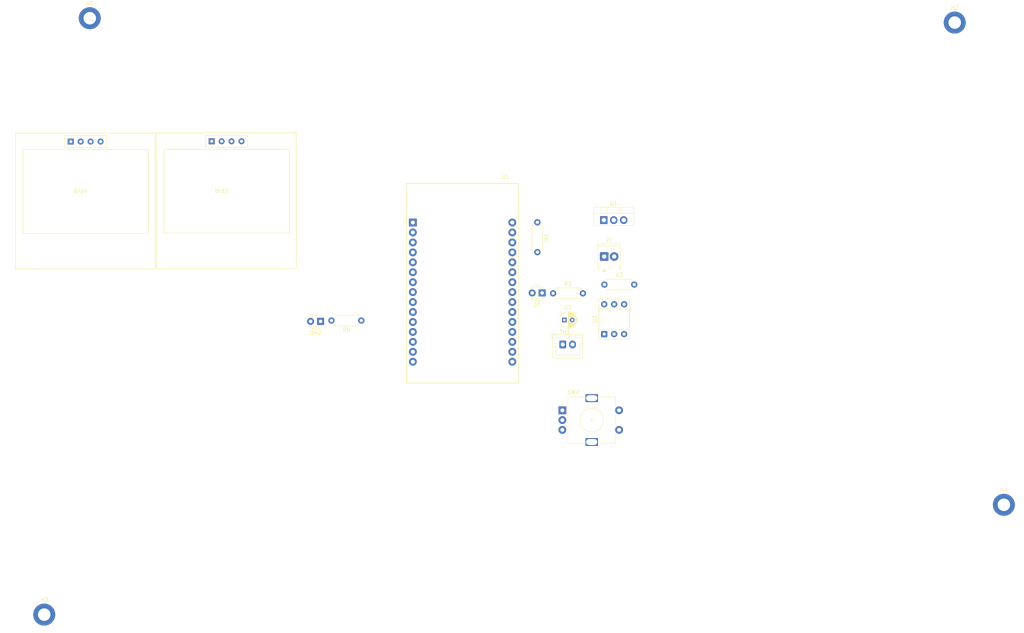
<source format=kicad_pcb>
(kicad_pcb (version 20241229) (generator "pcbnew") (generator_version "9.0")
  (layers (0 "F.Cu" signal) (2 "B.Cu" signal) (13 "F.Paste" user) (15 "B.Paste" user) (5 "F.SilkS" user "F.Silkscreen") (7 "B.SilkS" user "B.Silkscreen") (1 "F.Mask" user) (3 "B.Mask" user) (25 "Edge.Cuts" user))
  (net 0 "")
  (net 1 "SDA")
  (net 2 "Net-(U1-D26)")
  (net 3 "Net-(D1-A)")
  (net 4 "Net-(D1-K)")
  (net 5 "Net-(J1-Pin_1)")
  (net 6 "Net-(J1-Pin_2)")
  (net 7 "Net-(Q1-G)")
  (net 8 "SCl")
  (net 9 "Net-(R2-Pad2)")
  (net 10 "Net-(R3-Pad1)")
  (net 13 "GND")
  (net 16 "+5V")
  (net 21 "Net-(ON2-A)")
  (net 26 "Net-(ON2-K)")
  (net 31 "Net-(U1-D27)")
  (net 39 "Net-(U1-D19)")
  (footprint "SSD1306:ssd1306_1.3''" (layer "F.Cu") (at 63.4906 64.8598)
    (property "Reference" "Brd3" (at 7.62 10.152 0) (layer "F.SilkS"))
    (property "Value" "SSD1306 Display 1, Addesss 0x78, (GND,VCC,SCL,SDA)")
    (fp_line (start -9.017 -4.699) (end -9.017 29.972) (stroke (width 0.15)) (layer "F.SilkS"))
    (fp_line (start -9.017 -4.699) (end -8.4455 -4.699) (stroke (width 0.15)) (layer "F.SilkS"))
    (fp_line (start -9.017 29.972) (end 26.67 29.972) (stroke (width 0.15)) (layer "F.SilkS"))
    (fp_line (start -8.4455 -4.699) (end 26.67 -4.699) (stroke (width 0.15)) (layer "F.SilkS"))
    (fp_line (start -7.112 -0.508) (end 24.892 -0.508) (stroke (width 0.15)) (layer "F.SilkS"))
    (fp_line (start -7.112 18.288) (end -7.112 -0.508) (stroke (width 0.15)) (layer "F.SilkS"))
    (fp_line (start -7.112 18.288) (end -7.112 20.8915) (stroke (width 0.15)) (layer "F.SilkS"))
    (fp_line (start 3.556 -4.064) (end 3.556 -3.556) (stroke (width 0.15)) (layer "F.SilkS"))
    (fp_line (start 3.556 -3.556) (end 3.556 -1.016) (stroke (width 0.15)) (layer "F.SilkS"))
    (fp_line (start 3.556 -1.016) (end 14.224 -1.016) (stroke (width 0.15)) (layer "F.SilkS"))
    (fp_line (start 14.224 -4.064) (end 3.556 -4.064) (stroke (width 0.15)) (layer "F.SilkS"))
    (fp_line (start 14.224 -1.016) (end 14.224 -4.064) (stroke (width 0.15)) (layer "F.SilkS"))
    (fp_line (start 24.892 -0.508) (end 24.892 18.288) (stroke (width 0.15)) (layer "F.SilkS"))
    (fp_line (start 24.892 18.288) (end 24.892 20.8915) (stroke (width 0.15)) (layer "F.SilkS"))
    (fp_line (start 24.892 20.8915) (end -7.112 20.8915) (stroke (width 0.15)) (layer "F.SilkS"))
    (fp_line (start 26.67 -4.699) (end 26.67 29.972) (stroke (width 0.15)) (layer "F.SilkS"))
    (pad "1" thru_hole rect (at 5.08 -2.54) (size 1.524 1.524) (drill 0.762) (layers "*.Cu" "*.Mask") (net 13 "GND"))
    (pad "2" thru_hole circle (at 7.62 -2.54) (size 1.524 1.524) (drill 0.762) (layers "*.Cu" "*.Mask") (net 16 "+5V"))
    (pad "3" thru_hole circle (at 10.16 -2.54) (size 1.524 1.524) (drill 0.762) (layers "*.Cu" "*.Mask") (net 8 "SCl"))
    (pad "4" thru_hole circle (at 12.7 -2.54) (size 1.524 1.524) (drill 0.762) (layers "*.Cu" "*.Mask") (net 1 "SDA"))
  )
  (footprint "Package_DIP:DIP-6_W7.62mm_Socket" (layer "F.Cu") (at 168.8084 111.5568 90)
    (property "Reference" "U2" (at 3.81 -2.33 90) (layer "F.SilkS"))
    (property "Value" "MOC3063M")
    (fp_line (start 6.46 -1.33) (end 4.81 -1.33) (stroke (width 0.12)) (layer "F.SilkS"))
    (fp_line (start 2.81 -1.33) (end 1.159999 -1.33) (stroke (width 0.12)) (layer "F.SilkS"))
    (fp_line (start 1.159999 -1.33) (end 1.16 6.41) (stroke (width 0.12)) (layer "F.SilkS"))
    (fp_line (start 6.46 6.41) (end 6.46 -1.33) (stroke (width 0.12)) (layer "F.SilkS"))
    (fp_line (start 1.16 6.41) (end 6.46 6.41) (stroke (width 0.12)) (layer "F.SilkS"))
    (fp_arc (start 4.81 -1.33) (mid 3.81 -0.33) (end 2.81 -1.33) (stroke (width 0.12)) (layer "F.SilkS"))
    (fp_poly (pts (xy -1.33 -1.39) (xy 8.95 -1.39) (xy 8.95 6.47) (xy -1.33 6.47)) (stroke (width 0.12)) (fill no) (layer "F.SilkS"))
    (pad "1" thru_hole roundrect (at 0 0 90) (size 1.6 1.6) (drill 0.8) (layers "*.Cu" "*.Mask") (roundrect_rratio 0.15625) (net 9 "Net-(R2-Pad2)"))
    (pad "2" thru_hole circle (at 0 2.54 90) (size 1.6 1.6) (drill 0.8) (layers "*.Cu" "*.Mask") (net 13 "GND"))
    (pad "3" thru_hole circle (at 0 5.08 90) (size 1.6 1.6) (drill 0.8) (layers "*.Cu" "*.Mask"))
    (pad "4" thru_hole circle (at 7.62 5.08 90) (size 1.6 1.6) (drill 0.8) (layers "*.Cu" "*.Mask") (net 7 "Net-(Q1-G)"))
    (pad "5" thru_hole circle (at 7.62 2.540001 90) (size 1.6 1.6) (drill 0.8) (layers "*.Cu" "*.Mask"))
    (pad "6" thru_hole circle (at 7.62 0 90) (size 1.6 1.6) (drill 0.8) (layers "*.Cu" "*.Mask") (net 10 "Net-(R3-Pad1)"))
  )
  (footprint "Resistor_THT:R_Axial_DIN0207_L6.3mm_D2.5mm_P7.62mm_Horizontal" (layer "F.Cu") (at 151.7396 83.0072 -90)
    (property "Reference" "R1" (at 3.81 -2.37 90) (layer "F.SilkS"))
    (property "Value" "100k")
    (fp_line (start 0.54 1.37) (end 7.08 1.37) (stroke (width 0.12)) (layer "F.SilkS"))
    (fp_line (start 7.08 1.37) (end 7.08 1.04) (stroke (width 0.12)) (layer "F.SilkS"))
    (fp_line (start 0.54 1.039999) (end 0.54 1.37) (stroke (width 0.12)) (layer "F.SilkS"))
    (fp_line (start 0.54 -1.039999) (end 0.54 -1.37) (stroke (width 0.12)) (layer "F.SilkS"))
    (fp_line (start 0.54 -1.37) (end 7.08 -1.37) (stroke (width 0.12)) (layer "F.SilkS"))
    (fp_line (start 7.08 -1.37) (end 7.08 -1.04) (stroke (width 0.12)) (layer "F.SilkS"))
    (pad "1" thru_hole circle (at 0 0 270) (size 1.6 1.6) (drill 0.8) (layers "*.Cu" "*.Mask") (net 16 "+5V"))
    (pad "2" thru_hole oval (at 7.62 0 270) (size 1.6 1.6) (drill 0.8) (layers "*.Cu" "*.Mask") (net 2 "Net-(U1-D26)"))
  )
  (footprint "LED_THT:LED_D3.0mm" (layer "F.Cu") (at 96.3676 108.3056 180)
    (property "Reference" "ON2" (at 1.27 -2.96 0) (layer "F.SilkS"))
    (property "Value" "LED")
    (fp_line (start -0.289999 1.08) (end -0.289999 1.236) (stroke (width 0.12)) (layer "F.SilkS"))
    (fp_line (start -0.29 -1.235999) (end -0.29 -1.079999) (stroke (width 0.12)) (layer "F.SilkS"))
    (fp_arc (start 2.941397 1.080061) (mid 1.365624 1.987702) (end -0.29 1.235516) (stroke (width 0.12)) (layer "F.SilkS"))
    (fp_arc (start 2.31091 1.080049) (mid 1.269964 1.5) (end 0.229039 1.08) (stroke (width 0.12)) (layer "F.SilkS"))
    (fp_arc (start 0.229039 -1.08) (mid 1.269964 -1.5) (end 2.31091 -1.080049) (stroke (width 0.12)) (layer "F.SilkS"))
    (fp_arc (start -0.29 -1.235516) (mid 1.365625 -1.987701) (end 2.941397 -1.080061) (stroke (width 0.12)) (layer "F.SilkS"))
    (pad "1" thru_hole rect (at 0 0 180) (size 1.8 1.8) (drill 0.9) (layers "*.Cu" "*.Mask") (net 26 "Net-(ON2-K)"))
    (pad "2" thru_hole circle (at 2.54 0 180) (size 1.8 1.8) (drill 0.9) (layers "*.Cu" "*.Mask") (net 21 "Net-(ON2-A)"))
  )
  (footprint "Resistor_THT:R_Axial_DIN0207_L6.3mm_D2.5mm_P7.62mm_Horizontal" (layer "F.Cu") (at 106.78 108.0872 180)
    (property "Reference" "R6" (at 3.81 -2.37 0) (layer "F.SilkS"))
    (property "Value" "470")
    (fp_line (start 7.08 1.37) (end 7.08 1.04) (stroke (width 0.12)) (layer "F.SilkS"))
    (fp_line (start 7.08 -1.37) (end 7.08 -1.04) (stroke (width 0.12)) (layer "F.SilkS"))
    (fp_line (start 0.54 1.37) (end 7.08 1.37) (stroke (width 0.12)) (layer "F.SilkS"))
    (fp_line (start 0.54 1.039999) (end 0.54 1.37) (stroke (width 0.12)) (layer "F.SilkS"))
    (fp_line (start 0.54 -1.039999) (end 0.54 -1.37) (stroke (width 0.12)) (layer "F.SilkS"))
    (fp_line (start 0.54 -1.37) (end 7.08 -1.37) (stroke (width 0.12)) (layer "F.SilkS"))
    (pad "1" thru_hole circle (at 0 0 180) (size 1.6 1.6) (drill 0.8) (layers "*.Cu" "*.Mask") (net 13 "GND"))
    (pad "2" thru_hole oval (at 7.62 0 180) (size 1.6 1.6) (drill 0.8) (layers "*.Cu" "*.Mask") (net 26 "Net-(ON2-K)"))
  )
  (footprint "MountingHole:MountingHole_3.2mm_M3_DIN965_Pad" (layer "F.Cu") (at 270.8656 155.1432)
    (property "Reference" "H4" (at 0 -3.8 0) (layer "F.SilkS"))
    (property "Value" "MountingHole")
    (pad "1" thru_hole circle (at 0 0) (size 5.6 5.6) (drill 3.2) (layers "*.Cu" "*.Mask"))
  )
  (footprint "SSD1306:ssd1306_1.3''" (layer "F.Cu") (at 27.4955 64.9351)
    (property "Reference" "Brd4" (at 7.62 10.152 0) (layer "F.SilkS"))
    (property "Value" "SSD1306 Display 2, address 0x7A (GND,VCC,SCL,SDA)")
    (fp_line (start -9.017 -4.699) (end -9.017 29.972) (stroke (width 0.15)) (layer "F.SilkS"))
    (fp_line (start -9.017 -4.699) (end -8.4455 -4.699) (stroke (width 0.15)) (layer "F.SilkS"))
    (fp_line (start -9.017 29.972) (end 26.67 29.972) (stroke (width 0.15)) (layer "F.SilkS"))
    (fp_line (start -8.4455 -4.699) (end 26.67 -4.699) (stroke (width 0.15)) (layer "F.SilkS"))
    (fp_line (start -7.112 -0.508) (end 24.892 -0.508) (stroke (width 0.15)) (layer "F.SilkS"))
    (fp_line (start -7.112 18.288) (end -7.112 -0.508) (stroke (width 0.15)) (layer "F.SilkS"))
    (fp_line (start -7.112 18.288) (end -7.112 20.8915) (stroke (width 0.15)) (layer "F.SilkS"))
    (fp_line (start 3.556 -4.064) (end 3.556 -3.556) (stroke (width 0.15)) (layer "F.SilkS"))
    (fp_line (start 3.556 -3.556) (end 3.556 -1.016) (stroke (width 0.15)) (layer "F.SilkS"))
    (fp_line (start 3.556 -1.016) (end 14.224 -1.016) (stroke (width 0.15)) (layer "F.SilkS"))
    (fp_line (start 14.224 -4.064) (end 3.556 -4.064) (stroke (width 0.15)) (layer "F.SilkS"))
    (fp_line (start 14.224 -1.016) (end 14.224 -4.064) (stroke (width 0.15)) (layer "F.SilkS"))
    (fp_line (start 24.892 -0.508) (end 24.892 18.288) (stroke (width 0.15)) (layer "F.SilkS"))
    (fp_line (start 24.892 18.288) (end 24.892 20.8915) (stroke (width 0.15)) (layer "F.SilkS"))
    (fp_line (start 24.892 20.8915) (end -7.112 20.8915) (stroke (width 0.15)) (layer "F.SilkS"))
    (fp_line (start 26.67 -4.699) (end 26.67 29.972) (stroke (width 0.15)) (layer "F.SilkS"))
    (pad "1" thru_hole rect (at 5.08 -2.54) (size 1.524 1.524) (drill 0.762) (layers "*.Cu" "*.Mask") (net 13 "GND"))
    (pad "2" thru_hole circle (at 7.62 -2.54) (size 1.524 1.524) (drill 0.762) (layers "*.Cu" "*.Mask") (net 16 "+5V"))
    (pad "3" thru_hole circle (at 10.16 -2.54) (size 1.524 1.524) (drill 0.762) (layers "*.Cu" "*.Mask") (net 8 "SCl"))
    (pad "4" thru_hole circle (at 12.7 -2.54) (size 1.524 1.524) (drill 0.762) (layers "*.Cu" "*.Mask") (net 1 "SDA"))
  )
  (footprint "ESP32-DEVKIT-V1:MODULE_ESP32_DEVKIT_V1" (layer "F.Cu") (at 132.6388 98.573)
    (property "Reference" "U1" (at 10.922 -27.178 0) (layer "F.SilkS"))
    (property "Value" "ESP32-DEVKIT-V1")
    (fp_line (start -14.28 -25.475) (end -3.211 -25.475) (stroke (width 0.127)) (layer "F.SilkS"))
    (fp_line (start -14.28 -25.475) (end 14.23 -25.475) (stroke (width 0.127)) (layer "F.SilkS"))
    (fp_line (start -14.28 25.475) (end -14.28 -25.475) (stroke (width 0.127)) (layer "F.SilkS"))
    (fp_line (start -14.28 25.475) (end -14.28 -25.475) (stroke (width 0.127)) (layer "F.SilkS"))
    (fp_line (start -14.28 25.475) (end -8.91 25.475) (stroke (width 0.127)) (layer "F.SilkS"))
    (fp_line (start -8.91 25.475) (end 8.78 25.475) (stroke (width 0.127)) (layer "F.SilkS"))
    (fp_line (start -3.211 -25.475) (end 3.5 -25.475) (stroke (width 0.127)) (layer "F.SilkS"))
    (fp_line (start 3.5 -25.475) (end 14.23 -25.475) (stroke (width 0.127)) (layer "F.SilkS"))
    (fp_line (start 8.78 25.475) (end 14.23 25.475) (stroke (width 0.127)) (layer "F.SilkS"))
    (fp_line (start 14.23 -25.475) (end 14.23 25.475) (stroke (width 0.127)) (layer "F.SilkS"))
    (fp_line (start 14.23 -25.475) (end 14.23 25.475) (stroke (width 0.127)) (layer "F.SilkS"))
    (fp_line (start 14.23 25.475) (end -14.28 25.475) (stroke (width 0.127)) (layer "F.SilkS"))
    (fp_circle (center -14.85 -15.515) (end -14.75 -15.515) (stroke (width 0.2)) (fill no) (layer "F.SilkS"))
    (pad "1" thru_hole rect (at -12.7 -15.515) (size 2 2) (drill 1.02) (layers "*.Cu" "*.Mask"))
    (pad "2" thru_hole circle (at -12.7 -12.975) (size 2 2) (drill 1.02) (layers "*.Cu" "*.Mask") (net 13 "GND"))
    (pad "3" thru_hole circle (at -12.7 -10.435) (size 2 2) (drill 1.02) (layers "*.Cu" "*.Mask"))
    (pad "4" thru_hole circle (at -12.7 -7.895) (size 2 2) (drill 1.02) (layers "*.Cu" "*.Mask"))
    (pad "5" thru_hole circle (at -12.7 -5.355) (size 2 2) (drill 1.02) (layers "*.Cu" "*.Mask"))
    (pad "6" thru_hole circle (at -12.7 -2.815) (size 2 2) (drill 1.02) (layers "*.Cu" "*.Mask") (net 21 "Net-(ON2-A)"))
    (pad "7" thru_hole circle (at -12.7 -0.275) (size 2 2) (drill 1.02) (layers "*.Cu" "*.Mask"))
    (pad "8" thru_hole circle (at -12.7 2.265) (size 2 2) (drill 1.02) (layers "*.Cu" "*.Mask"))
    (pad "9" thru_hole circle (at -12.7 4.805) (size 2 2) (drill 1.02) (layers "*.Cu" "*.Mask"))
    (pad "10" thru_hole circle (at -12.7 7.345) (size 2 2) (drill 1.02) (layers "*.Cu" "*.Mask") (net 39 "Net-(U1-D19)"))
    (pad "11" thru_hole circle (at -12.7 9.885) (size 2 2) (drill 1.02) (layers "*.Cu" "*.Mask") (net 1 "SDA"))
    (pad "12" thru_hole circle (at -12.7 12.425) (size 2 2) (drill 1.02) (layers "*.Cu" "*.Mask"))
    (pad "13" thru_hole circle (at -12.7 14.965) (size 2 2) (drill 1.02) (layers "*.Cu" "*.Mask"))
    (pad "14" thru_hole circle (at -12.7 17.505) (size 2 2) (drill 1.02) (layers "*.Cu" "*.Mask") (net 8 "SCl"))
    (pad "15" thru_hole circle (at -12.7 20.045) (size 2 2) (drill 1.02) (layers "*.Cu" "*.Mask"))
    (pad "16" thru_hole circle (at 12.7 20.045) (size 2 2) (drill 1.02) (layers "*.Cu" "*.Mask"))
    (pad "17" thru_hole circle (at 12.7 17.505) (size 2 2) (drill 1.02) (layers "*.Cu" "*.Mask"))
    (pad "18" thru_hole circle (at 12.7 14.965) (size 2 2) (drill 1.02) (layers "*.Cu" "*.Mask"))
    (pad "19" thru_hole circle (at 12.7 12.425) (size 2 2) (drill 1.02) (layers "*.Cu" "*.Mask"))
    (pad "20" thru_hole circle (at 12.7 9.885) (size 2 2) (drill 1.02) (layers "*.Cu" "*.Mask"))
    (pad "21" thru_hole circle (at 12.7 7.345) (size 2 2) (drill 1.02) (layers "*.Cu" "*.Mask"))
    (pad "22" thru_hole circle (at 12.7 4.805) (size 2 2) (drill 1.02) (layers "*.Cu" "*.Mask"))
    (pad "23" thru_hole circle (at 12.7 2.265) (size 2 2) (drill 1.02) (layers "*.Cu" "*.Mask") (net 3 "Net-(D1-A)"))
    (pad "24" thru_hole circle (at 12.7 -0.275) (size 2 2) (drill 1.02) (layers "*.Cu" "*.Mask") (net 2 "Net-(U1-D26)"))
    (pad "25" thru_hole circle (at 12.7 -2.815) (size 2 2) (drill 1.02) (layers "*.Cu" "*.Mask") (net 31 "Net-(U1-D27)"))
    (pad "26" thru_hole circle (at 12.7 -5.355) (size 2 2) (drill 1.02) (layers "*.Cu" "*.Mask"))
    (pad "27" thru_hole circle (at 12.7 -7.895) (size 2 2) (drill 1.02) (layers "*.Cu" "*.Mask"))
    (pad "28" thru_hole circle (at 12.7 -10.435) (size 2 2) (drill 1.02) (layers "*.Cu" "*.Mask"))
    (pad "29" thru_hole circle (at 12.7 -12.975) (size 2 2) (drill 1.02) (layers "*.Cu" "*.Mask") (net 13 "GND"))
    (pad "30" thru_hole circle (at 12.7 -15.515) (size 2 2) (drill 1.02) (layers "*.Cu" "*.Mask") (net 16 "+5V"))
  )
  (footprint "TerminalBlock_Phoenix:TerminalBlock_Phoenix_MPT-0,5-2-2.54_1x02_P2.54mm_Horizontal" (layer "F.Cu") (at 168.8084 91.7448)
    (property "Reference" "J1" (at 1.27 -4.22 0) (layer "F.SilkS"))
    (property "Value" "Conn_01x02_Pin")
    (fp_line (start -1.62 -3.22) (end -1.62 3.22) (stroke (width 0.12)) (layer "F.SilkS"))
    (fp_line (start -1.62 -3.22) (end 4.16 -3.22) (stroke (width 0.12)) (layer "F.SilkS"))
    (fp_line (start -1.62 -2.7) (end 4.16 -2.7) (stroke (width 0.12)) (layer "F.SilkS"))
    (fp_line (start -1.62 2.6) (end -1.03 2.6) (stroke (width 0.12)) (layer "F.SilkS"))
    (fp_line (start -1.62 3.22) (end -1.03 3.22) (stroke (width 0.12)) (layer "F.SilkS"))
    (fp_line (start 1.03 2.6) (end 1.51 2.6) (stroke (width 0.12)) (layer "F.SilkS"))
    (fp_line (start 1.03 3.22) (end 1.51 3.22) (stroke (width 0.12)) (layer "F.SilkS"))
    (fp_line (start 3.57 2.6) (end 4.16 2.6) (stroke (width 0.12)) (layer "F.SilkS"))
    (fp_line (start 3.57 3.22) (end 4.16 3.22) (stroke (width 0.12)) (layer "F.SilkS"))
    (fp_line (start 4.16 -3.22) (end 4.16 3.22) (stroke (width 0.12)) (layer "F.SilkS"))
    (fp_poly (pts (xy 0 3.22) (xy 0.44 3.83) (xy -0.44 3.83) (xy 0 3.22)) (stroke (width 0.12)) (fill yes) (layer "F.SilkS"))
    (pad "" np_thru_hole circle (at 0 2.54) (size 1.1 1.1) (drill 1.1) (layers "*.Cu" "*.Mask"))
    (pad "" np_thru_hole circle (at 2.54 2.54) (size 1.1 1.1) (drill 1.1) (layers "*.Cu" "*.Mask"))
    (pad "1" thru_hole roundrect (at 0 0) (size 2.2 2.2) (drill 1.1) (layers "*.Cu" "*.Mask") (roundrect_rratio 0.113636) (net 5 "Net-(J1-Pin_1)"))
    (pad "2" thru_hole circle (at 2.54 0) (size 2.2 2.2) (drill 1.1) (layers "*.Cu" "*.Mask") (net 6 "Net-(J1-Pin_2)"))
  )
  (footprint "MountingHole:MountingHole_3.2mm_M3_DIN965_Pad" (layer "F.Cu") (at 25.8064 183.1848)
    (property "Reference" "H3" (at 0 -3.8 0) (layer "F.SilkS"))
    (property "Value" "MountingHole")
    (pad "1" thru_hole circle (at 0 0) (size 5.6 5.6) (drill 3.2) (layers "*.Cu" "*.Mask"))
  )
  (footprint "Capacitor_THT:CP_Radial_D4.0mm_P2.00mm" (layer "F.Cu") (at 158.6296 107.95)
    (property "Reference" "C1" (at 1 -3.25 0) (layer "F.SilkS"))
    (property "Value" "10uF")
    (fp_line (start -1.269801 -1.195) (end -0.869801 -1.195) (stroke (width 0.12)) (layer "F.SilkS"))
    (fp_line (start -1.069801 -1.395) (end -1.069801 -0.995) (stroke (width 0.12)) (layer "F.SilkS"))
    (fp_line (start 1 -2.08) (end 1 2.08) (stroke (width 0.12)) (layer "F.SilkS"))
    (fp_line (start 1.04 -2.08) (end 1.04 2.08) (stroke (width 0.12)) (layer "F.SilkS"))
    (fp_line (start 1.08 -2.079) (end 1.08 2.079) (stroke (width 0.12)) (layer "F.SilkS"))
    (fp_line (start 1.12 -2.077) (end 1.12 2.077) (stroke (width 0.12)) (layer "F.SilkS"))
    (fp_line (start 1.16 -2.074) (end 1.16 2.074) (stroke (width 0.12)) (layer "F.SilkS"))
    (fp_line (start 1.2 -2.071) (end 1.2 -0.84) (stroke (width 0.12)) (layer "F.SilkS"))
    (fp_line (start 1.2 0.84) (end 1.2 2.071) (stroke (width 0.12)) (layer "F.SilkS"))
    (fp_line (start 1.24 -2.067) (end 1.24 -0.84) (stroke (width 0.12)) (layer "F.SilkS"))
    (fp_line (start 1.24 0.84) (end 1.24 2.067) (stroke (width 0.12)) (layer "F.SilkS"))
    (fp_line (start 1.28 -2.062) (end 1.28 -0.84) (stroke (width 0.12)) (layer "F.SilkS"))
    (fp_line (start 1.28 0.84) (end 1.28 2.062) (stroke (width 0.12)) (layer "F.SilkS"))
    (fp_line (start 1.32 -2.056) (end 1.32 -0.84) (stroke (width 0.12)) (layer "F.SilkS"))
    (fp_line (start 1.32 0.84) (end 1.32 2.056) (stroke (width 0.12)) (layer "F.SilkS"))
    (fp_line (start 1.36 -2.05) (end 1.36 -0.84) (stroke (width 0.12)) (layer "F.SilkS"))
    (fp_line (start 1.36 0.84) (end 1.36 2.05) (stroke (width 0.12)) (layer "F.SilkS"))
    (fp_line (start 1.4 -2.042) (end 1.4 -0.84) (stroke (width 0.12)) (layer "F.SilkS"))
    (fp_line (start 1.4 0.84) (end 1.4 2.042) (stroke (width 0.12)) (layer "F.SilkS"))
    (fp_line (start 1.44 -2.034) (end 1.44 -0.84) (stroke (width 0.12)) (layer "F.SilkS"))
    (fp_line (start 1.44 0.84) (end 1.44 2.034) (stroke (width 0.12)) (layer "F.SilkS"))
    (fp_line (start 1.48 -2.025) (end 1.48 -0.84) (stroke (width 0.12)) (layer "F.SilkS"))
    (fp_line (start 1.48 0.84) (end 1.48 2.025) (stroke (width 0.12)) (layer "F.SilkS"))
    (fp_line (start 1.52 -2.016) (end 1.52 -0.84) (stroke (width 0.12)) (layer "F.SilkS"))
    (fp_line (start 1.52 0.84) (end 1.52 2.016) (stroke (width 0.12)) (layer "F.SilkS"))
    (fp_line (start 1.56 -2.005) (end 1.56 -0.84) (stroke (width 0.12)) (layer "F.SilkS"))
    (fp_line (start 1.56 0.84) (end 1.56 2.005) (stroke (width 0.12)) (layer "F.SilkS"))
    (fp_line (start 1.6 -1.994) (end 1.6 -0.84) (stroke (width 0.12)) (layer "F.SilkS"))
    (fp_line (start 1.6 0.84) (end 1.6 1.994) (stroke (width 0.12)) (layer "F.SilkS"))
    (fp_line (start 1.64 -1.982) (end 1.64 -0.84) (stroke (width 0.12)) (layer "F.SilkS"))
    (fp_line (start 1.64 0.84) (end 1.64 1.982) (stroke (width 0.12)) (layer "F.SilkS"))
    (fp_line (start 1.68 -1.968) (end 1.68 -0.84) (stroke (width 0.12)) (layer "F.SilkS"))
    (fp_line (start 1.68 0.84) (end 1.68 1.968) (stroke (width 0.12)) (layer "F.SilkS"))
    (fp_line (start 1.721 -1.954) (end 1.721 -0.84) (stroke (width 0.12)) (layer "F.SilkS"))
    (fp_line (start 1.721 0.84) (end 1.721 1.954) (stroke (width 0.12)) (layer "F.SilkS"))
    (fp_line (start 1.761 -1.94) (end 1.761 -0.84) (stroke (width 0.12)) (layer "F.SilkS"))
    (fp_line (start 1.761 0.84) (end 1.761 1.94) (stroke (width 0.12)) (layer "F.SilkS"))
    (fp_line (start 1.801 -1.924) (end 1.801 -0.84) (stroke (width 0.12)) (layer "F.SilkS"))
    (fp_line (start 1.801 0.84) (end 1.801 1.924) (stroke (width 0.12)) (layer "F.SilkS"))
    (fp_line (start 1.841 -1.907) (end 1.841 -0.84) (stroke (width 0.12)) (layer "F.SilkS"))
    (fp_line (start 1.841 0.84) (end 1.841 1.907) (stroke (width 0.12)) (layer "F.SilkS"))
    (fp_line (start 1.881 -1.889) (end 1.881 -0.84) (stroke (width 0.12)) (layer "F.SilkS"))
    (fp_line (start 1.881 0.84) (end 1.881 1.889) (stroke (width 0.12)) (layer "F.SilkS"))
    (fp_line (start 1.921 -1.87) (end 1.921 -0.84) (stroke (width 0.12)) (layer "F.SilkS"))
    (fp_line (start 1.921 0.84) (end 1.921 1.87) (stroke (width 0.12)) (layer "F.SilkS"))
    (fp_line (start 1.961 -1.851) (end 1.961 -0.84) (stroke (width 0.12)) (layer "F.SilkS"))
    (fp_line (start 1.961 0.84) (end 1.961 1.851) (stroke (width 0.12)) (layer "F.SilkS"))
    (fp_line (start 2.001 -1.83) (end 2.001 -0.84) (stroke (width 0.12)) (layer "F.SilkS"))
    (fp_line (start 2.001 0.84) (end 2.001 1.83) (stroke (width 0.12)) (layer "F.SilkS"))
    (fp_line (start 2.041 -1.808) (end 2.041 -0.84) (stroke (width 0.12)) (layer "F.SilkS"))
    (fp_line (start 2.041 0.84) (end 2.041 1.808) (stroke (width 0.12)) (layer "F.SilkS"))
    (fp_line (start 2.081 -1.785) (end 2.081 -0.84) (stroke (width 0.12)) (layer "F.SilkS"))
    (fp_line (start 2.081 0.84) (end 2.081 1.785) (stroke (width 0.12)) (layer "F.SilkS"))
    (fp_line (start 2.121 -1.76) (end 2.121 -0.84) (stroke (width 0.12)) (layer "F.SilkS"))
    (fp_line (start 2.121 0.84) (end 2.121 1.76) (stroke (width 0.12)) (layer "F.SilkS"))
    (fp_line (start 2.161 -1.735) (end 2.161 -0.84) (stroke (width 0.12)) (layer "F.SilkS"))
    (fp_line (start 2.161 0.84) (end 2.161 1.735) (stroke (width 0.12)) (layer "F.SilkS"))
    (fp_line (start 2.201 -1.708) (end 2.201 -0.84) (stroke (width 0.12)) (layer "F.SilkS"))
    (fp_line (start 2.201 0.84) (end 2.201 1.708) (stroke (width 0.12)) (layer "F.SilkS"))
    (fp_line (start 2.241 -1.68) (end 2.241 -0.84) (stroke (width 0.12)) (layer "F.SilkS"))
    (fp_line (start 2.241 0.84) (end 2.241 1.68) (stroke (width 0.12)) (layer "F.SilkS"))
    (fp_line (start 2.281 -1.65) (end 2.281 -0.84) (stroke (width 0.12)) (layer "F.SilkS"))
    (fp_line (start 2.281 0.84) (end 2.281 1.65) (stroke (width 0.12)) (layer "F.SilkS"))
    (fp_line (start 2.321 -1.619) (end 2.321 -0.84) (stroke (width 0.12)) (layer "F.SilkS"))
    (fp_line (start 2.321 0.84) (end 2.321 1.619) (stroke (width 0.12)) (layer "F.SilkS"))
    (fp_line (start 2.361 -1.587) (end 2.361 -0.84) (stroke (width 0.12)) (layer "F.SilkS"))
    (fp_line (start 2.361 0.84) (end 2.361 1.587) (stroke (width 0.12)) (layer "F.SilkS"))
    (fp_line (start 2.401 -1.552) (end 2.401 -0.84) (stroke (width 0.12)) (layer "F.SilkS"))
    (fp_line (start 2.401 0.84) (end 2.401 1.552) (stroke (width 0.12)) (layer "F.SilkS"))
    (fp_line (start 2.441 -1.516) (end 2.441 -0.84) (stroke (width 0.12)) (layer "F.SilkS"))
    (fp_line (start 2.441 0.84) (end 2.441 1.516) (stroke (width 0.12)) (layer "F.SilkS"))
    (fp_line (start 2.481 -1.478) (end 2.481 -0.84) (stroke (width 0.12)) (layer "F.SilkS"))
    (fp_line (start 2.481 0.84) (end 2.481 1.478) (stroke (width 0.12)) (layer "F.SilkS"))
    (fp_line (start 2.521 -1.438) (end 2.521 -0.84) (stroke (width 0.12)) (layer "F.SilkS"))
    (fp_line (start 2.521 0.84) (end 2.521 1.438) (stroke (width 0.12)) (layer "F.SilkS"))
    (fp_line (start 2.561 -1.396) (end 2.561 -0.84) (stroke (width 0.12)) (layer "F.SilkS"))
    (fp_line (start 2.561 0.84) (end 2.561 1.396) (stroke (width 0.12)) (layer "F.SilkS"))
    (fp_line (start 2.601 -1.351) (end 2.601 -0.84) (stroke (width 0.12)) (layer "F.SilkS"))
    (fp_line (start 2.601 0.84) (end 2.601 1.351) (stroke (width 0.12)) (layer "F.SilkS"))
    (fp_line (start 2.641 -1.304) (end 2.641 -0.84) (stroke (width 0.12)) (layer "F.SilkS"))
    (fp_line (start 2.641 0.84) (end 2.641 1.304) (stroke (width 0.12)) (layer "F.SilkS"))
    (fp_line (start 2.681 -1.254) (end 2.681 -0.84) (stroke (width 0.12)) (layer "F.SilkS"))
    (fp_line (start 2.681 0.84) (end 2.681 1.254) (stroke (width 0.12)) (layer "F.SilkS"))
    (fp_line (start 2.721 -1.2) (end 2.721 -0.84) (stroke (width 0.12)) (layer "F.SilkS"))
    (fp_line (start 2.721 0.84) (end 2.721 1.2) (stroke (width 0.12)) (layer "F.SilkS"))
    (fp_line (start 2.761 -1.142) (end 2.761 -0.84) (stroke (width 0.12)) (layer "F.SilkS"))
    (fp_line (start 2.761 0.84) (end 2.761 1.142) (stroke (width 0.12)) (layer "F.SilkS"))
    (fp_line (start 2.801 -1.08) (end 2.801 -0.84) (stroke (width 0.12)) (layer "F.SilkS"))
    (fp_line (start 2.801 0.84) (end 2.801 1.08) (stroke (width 0.12)) (layer "F.SilkS"))
    (fp_line (start 2.841 -1.013) (end 2.841 1.013) (stroke (width 0.12)) (layer "F.SilkS"))
    (fp_line (start 2.881 -0.94) (end 2.881 0.94) (stroke (width 0.12)) (layer "F.SilkS"))
    (fp_line (start 2.921 -0.859) (end 2.921 0.859) (stroke (width 0.12)) (layer "F.SilkS"))
    (fp_line (start 2.961 -0.768) (end 2.961 0.768) (stroke (width 0.12)) (layer "F.SilkS"))
    (fp_line (start 3.001 -0.664) (end 3.001 0.664) (stroke (width 0.12)) (layer "F.SilkS"))
    (fp_line (start 3.041 -0.537) (end 3.041 0.537) (stroke (width 0.12)) (layer "F.SilkS"))
    (fp_line (start 3.081 -0.37) (end 3.081 0.37) (stroke (width 0.12)) (layer "F.SilkS"))
    (fp_circle (center 1 0) (end 3.12 0) (stroke (width 0.12)) (fill no) (layer "F.SilkS"))
    (pad "1" thru_hole rect (at 0 0) (size 1.2 1.2) (drill 0.6) (layers "*.Cu" "*.Mask") (net 2 "Net-(U1-D26)"))
    (pad "2" thru_hole circle (at 2 0) (size 1.2 1.2) (drill 0.6) (layers "*.Cu" "*.Mask") (net 13 "GND"))
  )
  (footprint "Connector_JST:JST_XH_B2B-XH-A_1x02_P2.50mm_Vertical" (layer "F.Cu") (at 158.219799 114.1984)
    (property "Reference" "TH1" (at 0.562199 -3.1932 0) (layer "F.SilkS"))
    (property "Value" "100k")
    (fp_line (start -2.85 -2.75) (end -2.85 -1.5) (stroke (width 0.12)) (layer "F.SilkS"))
    (fp_line (start -2.56 -2.46) (end -2.56 3.51) (stroke (width 0.12)) (layer "F.SilkS"))
    (fp_line (start -2.56 3.51) (end 5.06 3.51) (stroke (width 0.12)) (layer "F.SilkS"))
    (fp_line (start -2.55 -2.45) (end -2.55 -1.7) (stroke (width 0.12)) (layer "F.SilkS"))
    (fp_line (start -2.55 -1.7) (end -0.75 -1.7) (stroke (width 0.12)) (layer "F.SilkS"))
    (fp_line (start -2.55 -0.2) (end -1.8 -0.2) (stroke (width 0.12)) (layer "F.SilkS"))
    (fp_line (start -1.8 -0.2) (end -1.8 2.75) (stroke (width 0.12)) (layer "F.SilkS"))
    (fp_line (start -1.8 2.75) (end 1.25 2.75) (stroke (width 0.12)) (layer "F.SilkS"))
    (fp_line (start -1.6 -2.75) (end -2.85 -2.75) (stroke (width 0.12)) (layer "F.SilkS"))
    (fp_line (start -0.75 -2.45) (end -2.55 -2.45) (stroke (width 0.12)) (layer "F.SilkS"))
    (fp_line (start -0.75 -1.7) (end -0.75 -2.45) (stroke (width 0.12)) (layer "F.SilkS"))
    (fp_line (start 0.75 -2.45) (end 0.75 -1.7) (stroke (width 0.12)) (layer "F.SilkS"))
    (fp_line (start 0.75 -1.7) (end 1.75 -1.7) (stroke (width 0.12)) (layer "F.SilkS"))
    (fp_line (start 1.75 -2.45) (end 0.75 -2.45) (stroke (width 0.12)) (layer "F.SilkS"))
    (fp_line (start 1.75 -1.7) (end 1.75 -2.45) (stroke (width 0.12)) (layer "F.SilkS"))
    (fp_line (start 3.25 -2.45) (end 3.25 -1.7) (stroke (width 0.12)) (layer "F.SilkS"))
    (fp_line (start 3.25 -1.7) (end 5.05 -1.7) (stroke (width 0.12)) (layer "F.SilkS"))
    (fp_line (start 4.3 -0.2) (end 4.3 2.75) (stroke (width 0.12)) (layer "F.SilkS"))
    (fp_line (start 4.3 2.75) (end 1.25 2.75) (stroke (width 0.12)) (layer "F.SilkS"))
    (fp_line (start 5.05 -2.45) (end 3.25 -2.45) (stroke (width 0.12)) (layer "F.SilkS"))
    (fp_line (start 5.05 -1.7) (end 5.05 -2.45) (stroke (width 0.12)) (layer "F.SilkS"))
    (fp_line (start 5.05 -0.2) (end 4.3 -0.2) (stroke (width 0.12)) (layer "F.SilkS"))
    (fp_line (start 5.06 -2.46) (end -2.56 -2.46) (stroke (width 0.12)) (layer "F.SilkS"))
    (fp_line (start 5.06 3.51) (end 5.06 -2.46) (stroke (width 0.12)) (layer "F.SilkS"))
    (pad "1" thru_hole roundrect (at 0 0) (size 1.7 2) (drill 1) (layers "*.Cu" "*.Mask") (roundrect_rratio 0.147059) (net 2 "Net-(U1-D26)"))
    (pad "2" thru_hole oval (at 2.5 0) (size 1.7 2) (drill 1) (layers "*.Cu" "*.Mask") (net 13 "GND"))
  )
  (footprint "LED_THT:LED_D3.0mm" (layer "F.Cu") (at 152.9588 101.0412 180)
    (property "Reference" "D1" (at 1.27 -2.96 0) (layer "F.SilkS"))
    (property "Value" "LED")
    (fp_line (start -0.289999 1.08) (end -0.289999 1.236) (stroke (width 0.12)) (layer "F.SilkS"))
    (fp_line (start -0.29 -1.235999) (end -0.29 -1.079999) (stroke (width 0.12)) (layer "F.SilkS"))
    (fp_arc (start 2.941397 1.080061) (mid 1.365624 1.987702) (end -0.29 1.235516) (stroke (width 0.12)) (layer "F.SilkS"))
    (fp_arc (start 2.31091 1.080049) (mid 1.269964 1.5) (end 0.229039 1.08) (stroke (width 0.12)) (layer "F.SilkS"))
    (fp_arc (start 0.229039 -1.08) (mid 1.269964 -1.5) (end 2.31091 -1.080049) (stroke (width 0.12)) (layer "F.SilkS"))
    (fp_arc (start -0.29 -1.235516) (mid 1.365625 -1.987701) (end 2.941397 -1.080061) (stroke (width 0.12)) (layer "F.SilkS"))
    (pad "1" thru_hole rect (at 0 0 180) (size 1.8 1.8) (drill 0.9) (layers "*.Cu" "*.Mask") (net 4 "Net-(D1-K)"))
    (pad "2" thru_hole circle (at 2.54 0 180) (size 1.8 1.8) (drill 0.9) (layers "*.Cu" "*.Mask") (net 3 "Net-(D1-A)"))
  )
  (footprint "Package_TO_SOT_THT:TO-220-3_Vertical" (layer "F.Cu") (at 168.7068 82.4484)
    (property "Reference" "Q1" (at 2.54 -4.27 0) (layer "F.SilkS"))
    (property "Value" "BT139-600")
    (fp_line (start -2.58 -3.27) (end -2.58 1.371) (stroke (width 0.12)) (layer "F.SilkS"))
    (fp_line (start -2.58 -3.27) (end 7.66 -3.27) (stroke (width 0.12)) (layer "F.SilkS"))
    (fp_line (start -2.58 -1.76) (end 7.66 -1.76) (stroke (width 0.12)) (layer "F.SilkS"))
    (fp_line (start -2.58 1.371) (end 7.66 1.371) (stroke (width 0.12)) (layer "F.SilkS"))
    (fp_line (start 0.69 -3.27) (end 0.69 -1.76) (stroke (width 0.12)) (layer "F.SilkS"))
    (fp_line (start 4.391 -3.27) (end 4.391 -1.76) (stroke (width 0.12)) (layer "F.SilkS"))
    (fp_line (start 7.66 -3.27) (end 7.66 1.371) (stroke (width 0.12)) (layer "F.SilkS"))
    (pad "1" thru_hole rect (at 0 0) (size 1.905 2) (drill 1.1) (layers "*.Cu" "*.Mask") (net 5 "Net-(J1-Pin_1)"))
    (pad "2" thru_hole oval (at 2.54 0) (size 1.905 2) (drill 1.1) (layers "*.Cu" "*.Mask") (net 6 "Net-(J1-Pin_2)"))
    (pad "3" thru_hole oval (at 5.08 0) (size 1.905 2) (drill 1.1) (layers "*.Cu" "*.Mask") (net 7 "Net-(Q1-G)"))
  )
  (footprint "Resistor_THT:R_Axial_DIN0207_L6.3mm_D2.5mm_P7.62mm_Horizontal" (layer "F.Cu") (at 168.8592 98.9076)
    (property "Reference" "R3" (at 3.81 -2.37 0) (layer "F.SilkS"))
    (property "Value" "470")
    (fp_line (start 0.54 -1.37) (end 7.08 -1.37) (stroke (width 0.12)) (layer "F.SilkS"))
    (fp_line (start 0.54 -1.039999) (end 0.54 -1.37) (stroke (width 0.12)) (layer "F.SilkS"))
    (fp_line (start 0.54 1.039999) (end 0.54 1.37) (stroke (width 0.12)) (layer "F.SilkS"))
    (fp_line (start 0.54 1.37) (end 7.08 1.37) (stroke (width 0.12)) (layer "F.SilkS"))
    (fp_line (start 7.08 -1.37) (end 7.08 -1.04) (stroke (width 0.12)) (layer "F.SilkS"))
    (fp_line (start 7.08 1.37) (end 7.08 1.04) (stroke (width 0.12)) (layer "F.SilkS"))
    (pad "1" thru_hole circle (at 0 0) (size 1.6 1.6) (drill 0.8) (layers "*.Cu" "*.Mask") (net 10 "Net-(R3-Pad1)"))
    (pad "2" thru_hole oval (at 7.62 0) (size 1.6 1.6) (drill 0.8) (layers "*.Cu" "*.Mask") (net 6 "Net-(J1-Pin_2)"))
  )
  (footprint "MountingHole:MountingHole_3.2mm_M3_DIN965_Pad" (layer "F.Cu") (at 37.4396 30.8864)
    (property "Reference" "H1" (at 0 -3.8 0) (layer "F.SilkS"))
    (property "Value" "MountingHole")
    (pad "1" thru_hole circle (at 0 0) (size 5.6 5.6) (drill 3.2) (layers "*.Cu" "*.Mask"))
  )
  (footprint "Resistor_THT:R_Axial_DIN0207_L6.3mm_D2.5mm_P7.62mm_Horizontal" (layer "F.Cu") (at 155.7528 101.1428)
    (property "Reference" "R2" (at 3.81 -2.37 0) (layer "F.SilkS"))
    (property "Value" "120")
    (fp_line (start 0.54 -1.37) (end 7.08 -1.37) (stroke (width 0.12)) (layer "F.SilkS"))
    (fp_line (start 0.54 -1.04) (end 0.54 -1.37) (stroke (width 0.12)) (layer "F.SilkS"))
    (fp_line (start 0.54 1.04) (end 0.54 1.37) (stroke (width 0.12)) (layer "F.SilkS"))
    (fp_line (start 0.54 1.37) (end 7.08 1.37) (stroke (width 0.12)) (layer "F.SilkS"))
    (fp_line (start 7.08 -1.37) (end 7.08 -1.04) (stroke (width 0.12)) (layer "F.SilkS"))
    (fp_line (start 7.08 1.37) (end 7.08 1.04) (stroke (width 0.12)) (layer "F.SilkS"))
    (pad "1" thru_hole circle (at 0 0) (size 1.6 1.6) (drill 0.8) (layers "*.Cu" "*.Mask") (net 4 "Net-(D1-K)"))
    (pad "2" thru_hole oval (at 7.62 0) (size 1.6 1.6) (drill 0.8) (layers "*.Cu" "*.Mask") (net 9 "Net-(R2-Pad2)"))
  )
  (footprint "MountingHole:MountingHole_3.2mm_M3_DIN965_Pad" (layer "F.Cu") (at 258.318 32.004)
    (property "Reference" "H2" (at 0 -3.8 0) (layer "F.SilkS"))
    (property "Value" "MountingHole")
    (pad "1" thru_hole circle (at 0 0) (size 5.6 5.6) (drill 3.2) (layers "*.Cu" "*.Mask"))
  )
  (footprint "Rotary_Encoder:RotaryEncoder_Alps_EC11E-Switch_Vertical_H20mm" (layer "F.Cu") (at 158.1184 131.0132)
    (property "Reference" "SW2" (at 2.8 -4.7 0) (layer "F.SilkS"))
    (property "Value" "Rotary_Encoder_Switch")
    (fp_line (start -0.3 -1.6) (end 0.3 -1.6) (stroke (width 0.12)) (layer "F.SilkS"))
    (fp_line (start 0 -1.3) (end -0.3 -1.6) (stroke (width 0.12)) (layer "F.SilkS"))
    (fp_line (start 0.3 -1.6) (end 0 -1.3) (stroke (width 0.12)) (layer "F.SilkS"))
    (fp_line (start 1.4 -3.4) (end 1.4 8.4) (stroke (width 0.12)) (layer "F.SilkS"))
    (fp_line (start 5.5 -3.4) (end 1.4 -3.4) (stroke (width 0.12)) (layer "F.SilkS"))
    (fp_line (start 5.5 8.4) (end 1.4 8.4) (stroke (width 0.12)) (layer "F.SilkS"))
    (fp_line (start 7 2.5) (end 8 2.5) (stroke (width 0.12)) (layer "F.SilkS"))
    (fp_line (start 7.5 2) (end 7.5 3) (stroke (width 0.12)) (layer "F.SilkS"))
    (fp_line (start 9.5 -3.4) (end 13.6 -3.4) (stroke (width 0.12)) (layer "F.SilkS"))
    (fp_line (start 13.6 -3.4) (end 13.6 -1) (stroke (width 0.12)) (layer "F.SilkS"))
    (fp_line (start 13.6 1.2) (end 13.6 3.8) (stroke (width 0.12)) (layer "F.SilkS"))
    (fp_line (start 13.6 6) (end 13.6 8.4) (stroke (width 0.12)) (layer "F.SilkS"))
    (fp_line (start 13.6 8.4) (end 9.5 8.4) (stroke (width 0.12)) (layer "F.SilkS"))
    (fp_circle (center 7.5 2.5) (end 10.5 2.5) (stroke (width 0.12)) (fill no) (layer "F.SilkS"))
    (pad "A" thru_hole rect (at 0 0) (size 2 2) (drill 1) (layers "*.Cu" "*.Mask"))
    (pad "B" thru_hole circle (at 0 5) (size 2 2) (drill 1) (layers "*.Cu" "*.Mask") (net 39 "Net-(U1-D19)"))
    (pad "C" thru_hole circle (at 0 2.5) (size 2 2) (drill 1) (layers "*.Cu" "*.Mask") (net 13 "GND"))
    (pad "MP" thru_hole rect (at 7.5 -3.1) (size 3.2 2) (drill oval 2.8 1.5) (layers "*.Cu" "*.Mask"))
    (pad "MP" thru_hole rect (at 7.5 8.1) (size 3.2 2) (drill oval 2.8 1.5) (layers "*.Cu" "*.Mask"))
    (pad "S1" thru_hole circle (at 14.5 5) (size 2 2) (drill 1) (layers "*.Cu" "*.Mask") (net 16 "+5V"))
    (pad "S2" thru_hole circle (at 14.5 0) (size 2 2) (drill 1) (layers "*.Cu" "*.Mask") (net 31 "Net-(U1-D27)"))
  )
)
</source>
